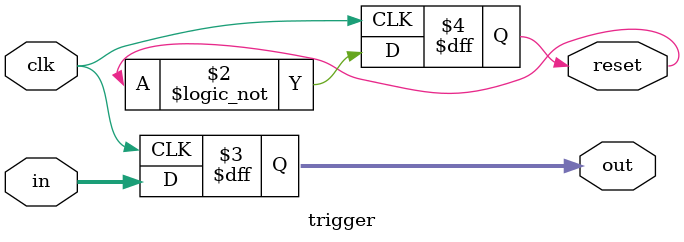
<source format=v>
module trigger (clk, in, out, reset);

input clk;
input [5:0] in;
output reg [5:0] out;
output reg reset;

always @(posedge clk)
begin

out=in;
reset=!reset;

end
endmodule 
</source>
